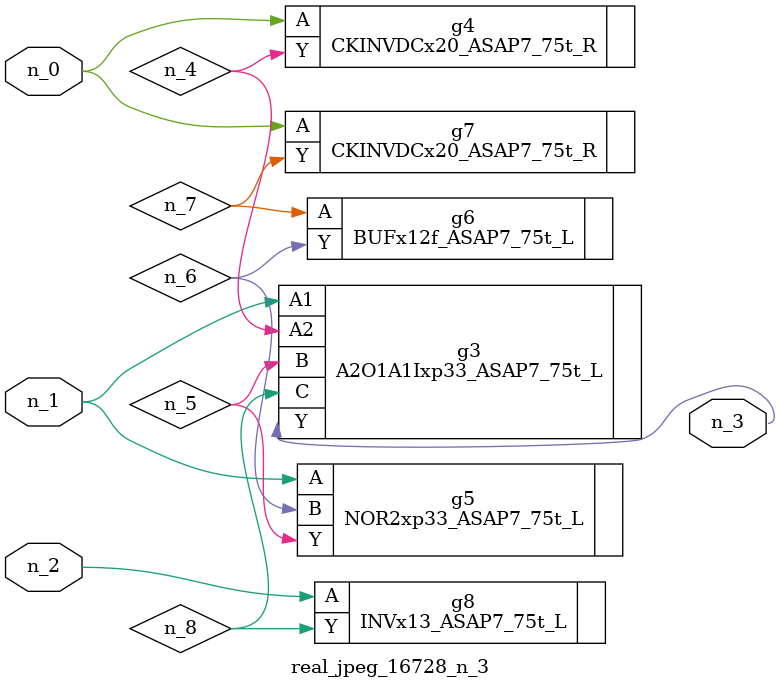
<source format=v>
module real_jpeg_16728_n_3 (n_1, n_0, n_2, n_3);

input n_1;
input n_0;
input n_2;

output n_3;

wire n_5;
wire n_8;
wire n_4;
wire n_6;
wire n_7;

CKINVDCx20_ASAP7_75t_R g4 ( 
.A(n_0),
.Y(n_4)
);

CKINVDCx20_ASAP7_75t_R g7 ( 
.A(n_0),
.Y(n_7)
);

A2O1A1Ixp33_ASAP7_75t_L g3 ( 
.A1(n_1),
.A2(n_4),
.B(n_5),
.C(n_8),
.Y(n_3)
);

NOR2xp33_ASAP7_75t_L g5 ( 
.A(n_1),
.B(n_6),
.Y(n_5)
);

INVx13_ASAP7_75t_L g8 ( 
.A(n_2),
.Y(n_8)
);

BUFx12f_ASAP7_75t_L g6 ( 
.A(n_7),
.Y(n_6)
);


endmodule
</source>
